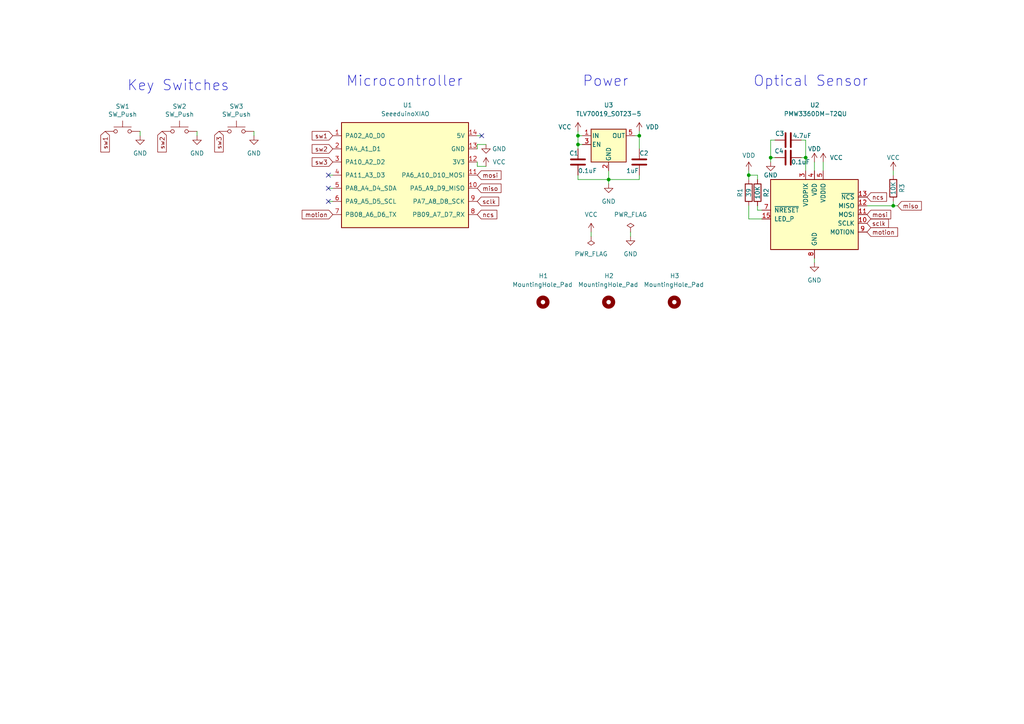
<source format=kicad_sch>
(kicad_sch (version 20211123) (generator eeschema)

  (uuid e63e39d7-6ac0-4ffd-8aa3-1841a4541b55)

  (paper "A4")

  (title_block
    (title "BeeBall")
    (date "2022-07-17")
    (rev "1.0")
    (company "LilyLabs")
  )

  (lib_symbols
    (symbol "Device:C" (pin_numbers hide) (pin_names (offset 0.254)) (in_bom yes) (on_board yes)
      (property "Reference" "C" (id 0) (at 0.635 2.54 0)
        (effects (font (size 1.27 1.27)) (justify left))
      )
      (property "Value" "C" (id 1) (at 0.635 -2.54 0)
        (effects (font (size 1.27 1.27)) (justify left))
      )
      (property "Footprint" "" (id 2) (at 0.9652 -3.81 0)
        (effects (font (size 1.27 1.27)) hide)
      )
      (property "Datasheet" "~" (id 3) (at 0 0 0)
        (effects (font (size 1.27 1.27)) hide)
      )
      (property "ki_keywords" "cap capacitor" (id 4) (at 0 0 0)
        (effects (font (size 1.27 1.27)) hide)
      )
      (property "ki_description" "Unpolarized capacitor" (id 5) (at 0 0 0)
        (effects (font (size 1.27 1.27)) hide)
      )
      (property "ki_fp_filters" "C_*" (id 6) (at 0 0 0)
        (effects (font (size 1.27 1.27)) hide)
      )
      (symbol "C_0_1"
        (polyline
          (pts
            (xy -2.032 -0.762)
            (xy 2.032 -0.762)
          )
          (stroke (width 0.508) (type default) (color 0 0 0 0))
          (fill (type none))
        )
        (polyline
          (pts
            (xy -2.032 0.762)
            (xy 2.032 0.762)
          )
          (stroke (width 0.508) (type default) (color 0 0 0 0))
          (fill (type none))
        )
      )
      (symbol "C_1_1"
        (pin passive line (at 0 3.81 270) (length 2.794)
          (name "~" (effects (font (size 1.27 1.27))))
          (number "1" (effects (font (size 1.27 1.27))))
        )
        (pin passive line (at 0 -3.81 90) (length 2.794)
          (name "~" (effects (font (size 1.27 1.27))))
          (number "2" (effects (font (size 1.27 1.27))))
        )
      )
    )
    (symbol "Device:R" (pin_numbers hide) (pin_names (offset 0)) (in_bom yes) (on_board yes)
      (property "Reference" "R" (id 0) (at 2.032 0 90)
        (effects (font (size 1.27 1.27)))
      )
      (property "Value" "R" (id 1) (at 0 0 90)
        (effects (font (size 1.27 1.27)))
      )
      (property "Footprint" "" (id 2) (at -1.778 0 90)
        (effects (font (size 1.27 1.27)) hide)
      )
      (property "Datasheet" "~" (id 3) (at 0 0 0)
        (effects (font (size 1.27 1.27)) hide)
      )
      (property "ki_keywords" "R res resistor" (id 4) (at 0 0 0)
        (effects (font (size 1.27 1.27)) hide)
      )
      (property "ki_description" "Resistor" (id 5) (at 0 0 0)
        (effects (font (size 1.27 1.27)) hide)
      )
      (property "ki_fp_filters" "R_*" (id 6) (at 0 0 0)
        (effects (font (size 1.27 1.27)) hide)
      )
      (symbol "R_0_1"
        (rectangle (start -1.016 -2.54) (end 1.016 2.54)
          (stroke (width 0.254) (type default) (color 0 0 0 0))
          (fill (type none))
        )
      )
      (symbol "R_1_1"
        (pin passive line (at 0 3.81 270) (length 1.27)
          (name "~" (effects (font (size 1.27 1.27))))
          (number "1" (effects (font (size 1.27 1.27))))
        )
        (pin passive line (at 0 -3.81 90) (length 1.27)
          (name "~" (effects (font (size 1.27 1.27))))
          (number "2" (effects (font (size 1.27 1.27))))
        )
      )
    )
    (symbol "Mechanical:MountingHole" (pin_names (offset 1.016)) (in_bom yes) (on_board yes)
      (property "Reference" "H" (id 0) (at 0 5.08 0)
        (effects (font (size 1.27 1.27)))
      )
      (property "Value" "MountingHole" (id 1) (at 0 3.175 0)
        (effects (font (size 1.27 1.27)))
      )
      (property "Footprint" "" (id 2) (at 0 0 0)
        (effects (font (size 1.27 1.27)) hide)
      )
      (property "Datasheet" "~" (id 3) (at 0 0 0)
        (effects (font (size 1.27 1.27)) hide)
      )
      (property "ki_keywords" "mounting hole" (id 4) (at 0 0 0)
        (effects (font (size 1.27 1.27)) hide)
      )
      (property "ki_description" "Mounting Hole without connection" (id 5) (at 0 0 0)
        (effects (font (size 1.27 1.27)) hide)
      )
      (property "ki_fp_filters" "MountingHole*" (id 6) (at 0 0 0)
        (effects (font (size 1.27 1.27)) hide)
      )
      (symbol "MountingHole_0_1"
        (circle (center 0 0) (radius 1.27)
          (stroke (width 1.27) (type default) (color 0 0 0 0))
          (fill (type none))
        )
      )
    )
    (symbol "Project Symbols:PMW3360DM-T2QU" (pin_names (offset 1.016)) (in_bom yes) (on_board yes)
      (property "Reference" "U" (id 0) (at -1.27 34.29 0)
        (effects (font (size 1.27 1.27)) (justify left))
      )
      (property "Value" "PMW3360DM-T2QU" (id 1) (at -10.16 31.75 0)
        (effects (font (size 1.27 1.27)) (justify left))
      )
      (property "Footprint" "Project Footprints:PMW3360DM-T2QU" (id 2) (at 1.27 -21.59 0)
        (effects (font (size 1.27 1.27)) hide)
      )
      (property "Datasheet" "https://www.pixart.com/_getfs.php?tb=product&id=10&fs=ck2_fs_en" (id 3) (at 0 -19.05 0)
        (effects (font (size 1.27 1.27)) hide)
      )
      (property "ki_description" "High-end gaming integrated chip in 16-pin molded lead-frame DIP package" (id 4) (at 0 0 0)
        (effects (font (size 1.27 1.27)) hide)
      )
      (property "ki_fp_filters" "*105028*1001* *105028*2011*" (id 5) (at 0 0 0)
        (effects (font (size 1.27 1.27)) hide)
      )
      (symbol "PMW3360DM-T2QU_0_1"
        (rectangle (start -12.7 17.78) (end 12.7 -2.54)
          (stroke (width 0.254) (type default) (color 0 0 0 0))
          (fill (type background))
        )
      )
      (symbol "PMW3360DM-T2QU_1_1"
        (pin no_connect line (at -10.16 -5.08 90) (length 2.54) hide
          (name "NC" (effects (font (size 1.27 1.27))))
          (number "1" (effects (font (size 1.27 1.27))))
        )
        (pin input line (at 15.24 5.08 180) (length 2.54)
          (name "SCLK" (effects (font (size 1.27 1.27))))
          (number "10" (effects (font (size 1.27 1.27))))
        )
        (pin input line (at 15.24 7.62 180) (length 2.54)
          (name "MOSI" (effects (font (size 1.27 1.27))))
          (number "11" (effects (font (size 1.27 1.27))))
        )
        (pin output line (at 15.24 10.16 180) (length 2.54)
          (name "MISO" (effects (font (size 1.27 1.27))))
          (number "12" (effects (font (size 1.27 1.27))))
        )
        (pin input line (at 15.24 12.7 180) (length 2.54)
          (name "~{NCS}" (effects (font (size 1.27 1.27))))
          (number "13" (effects (font (size 1.27 1.27))))
        )
        (pin no_connect line (at 7.62 -5.08 90) (length 2.54) hide
          (name "NC" (effects (font (size 1.27 1.27))))
          (number "14" (effects (font (size 1.27 1.27))))
        )
        (pin input line (at -15.24 6.35 0) (length 2.54)
          (name "LED_P" (effects (font (size 1.27 1.27))))
          (number "15" (effects (font (size 1.27 1.27))))
        )
        (pin no_connect line (at 10.16 -5.08 90) (length 2.54) hide
          (name "NC" (effects (font (size 1.27 1.27))))
          (number "16" (effects (font (size 1.27 1.27))))
        )
        (pin no_connect line (at -7.62 -5.08 90) (length 2.54) hide
          (name "NC" (effects (font (size 1.27 1.27))))
          (number "2" (effects (font (size 1.27 1.27))))
        )
        (pin power_in line (at -2.54 20.32 270) (length 2.54)
          (name "VDDPIX" (effects (font (size 1.27 1.27))))
          (number "3" (effects (font (size 1.27 1.27))))
        )
        (pin power_in line (at 0 20.32 270) (length 2.54)
          (name "VDD" (effects (font (size 1.27 1.27))))
          (number "4" (effects (font (size 1.27 1.27))))
        )
        (pin power_in line (at 2.54 20.32 270) (length 2.54)
          (name "VDDIO" (effects (font (size 1.27 1.27))))
          (number "5" (effects (font (size 1.27 1.27))))
        )
        (pin no_connect line (at 5.08 -5.08 90) (length 2.54) hide
          (name "NC" (effects (font (size 1.27 1.27))))
          (number "6" (effects (font (size 1.27 1.27))))
        )
        (pin input line (at -15.24 8.89 0) (length 2.54)
          (name "~{NRESET}" (effects (font (size 1.27 1.27))))
          (number "7" (effects (font (size 1.27 1.27))))
        )
        (pin power_in line (at 0 -5.08 90) (length 2.54)
          (name "GND" (effects (font (size 1.27 1.27))))
          (number "8" (effects (font (size 1.27 1.27))))
        )
        (pin output line (at 15.24 2.54 180) (length 2.54)
          (name "MOTION" (effects (font (size 1.27 1.27))))
          (number "9" (effects (font (size 1.27 1.27))))
        )
      )
    )
    (symbol "Project Symbols:SeeeduinoXIAO" (pin_names (offset 1.016)) (in_bom yes) (on_board yes)
      (property "Reference" "U" (id 0) (at 0 21.59 0)
        (effects (font (size 1.27 1.27)))
      )
      (property "Value" "SeeeduinoXIAO" (id 1) (at 0 17.78 0)
        (effects (font (size 1.27 1.27)))
      )
      (property "Footprint" "Project Footprints:Seeeduino XIAO" (id 2) (at 0 -34.29 0)
        (effects (font (size 1.27 1.27)) hide)
      )
      (property "Datasheet" "" (id 3) (at -8.89 5.08 0)
        (effects (font (size 1.27 1.27)) hide)
      )
      (symbol "SeeeduinoXIAO_0_1"
        (rectangle (start -19.05 15.24) (end 17.78 -15.24)
          (stroke (width 0.254) (type default) (color 0 0 0 0))
          (fill (type background))
        )
      )
      (symbol "SeeeduinoXIAO_1_1"
        (pin bidirectional line (at -21.59 11.43 0) (length 2.54)
          (name "PA02_A0_D0" (effects (font (size 1.27 1.27))))
          (number "1" (effects (font (size 1.27 1.27))))
        )
        (pin bidirectional line (at 20.32 -3.81 180) (length 2.54)
          (name "PA5_A9_D9_MISO" (effects (font (size 1.27 1.27))))
          (number "10" (effects (font (size 1.27 1.27))))
        )
        (pin bidirectional line (at 20.32 0 180) (length 2.54)
          (name "PA6_A10_D10_MOSI" (effects (font (size 1.27 1.27))))
          (number "11" (effects (font (size 1.27 1.27))))
        )
        (pin power_in line (at 20.32 3.81 180) (length 2.54)
          (name "3V3" (effects (font (size 1.27 1.27))))
          (number "12" (effects (font (size 1.27 1.27))))
        )
        (pin power_in line (at 20.32 7.62 180) (length 2.54)
          (name "GND" (effects (font (size 1.27 1.27))))
          (number "13" (effects (font (size 1.27 1.27))))
        )
        (pin power_in line (at 20.32 11.43 180) (length 2.54)
          (name "5V" (effects (font (size 1.27 1.27))))
          (number "14" (effects (font (size 1.27 1.27))))
        )
        (pin bidirectional line (at -21.59 7.62 0) (length 2.54)
          (name "PA4_A1_D1" (effects (font (size 1.27 1.27))))
          (number "2" (effects (font (size 1.27 1.27))))
        )
        (pin bidirectional line (at -21.59 3.81 0) (length 2.54)
          (name "PA10_A2_D2" (effects (font (size 1.27 1.27))))
          (number "3" (effects (font (size 1.27 1.27))))
        )
        (pin bidirectional line (at -21.59 0 0) (length 2.54)
          (name "PA11_A3_D3" (effects (font (size 1.27 1.27))))
          (number "4" (effects (font (size 1.27 1.27))))
        )
        (pin bidirectional line (at -21.59 -3.81 0) (length 2.54)
          (name "PA8_A4_D4_SDA" (effects (font (size 1.27 1.27))))
          (number "5" (effects (font (size 1.27 1.27))))
        )
        (pin bidirectional line (at -21.59 -7.62 0) (length 2.54)
          (name "PA9_A5_D5_SCL" (effects (font (size 1.27 1.27))))
          (number "6" (effects (font (size 1.27 1.27))))
        )
        (pin bidirectional line (at -21.59 -11.43 0) (length 2.54)
          (name "PB08_A6_D6_TX" (effects (font (size 1.27 1.27))))
          (number "7" (effects (font (size 1.27 1.27))))
        )
        (pin bidirectional line (at 20.32 -11.43 180) (length 2.54)
          (name "PB09_A7_D7_RX" (effects (font (size 1.27 1.27))))
          (number "8" (effects (font (size 1.27 1.27))))
        )
        (pin bidirectional line (at 20.32 -7.62 180) (length 2.54)
          (name "PA7_A8_D8_SCK" (effects (font (size 1.27 1.27))))
          (number "9" (effects (font (size 1.27 1.27))))
        )
      )
    )
    (symbol "Regulator_Linear:TLV70019_SOT23-5" (pin_names (offset 0.254)) (in_bom yes) (on_board yes)
      (property "Reference" "U" (id 0) (at -3.81 5.715 0)
        (effects (font (size 1.27 1.27)))
      )
      (property "Value" "TLV70019_SOT23-5" (id 1) (at 0 5.715 0)
        (effects (font (size 1.27 1.27)) (justify left))
      )
      (property "Footprint" "Package_TO_SOT_SMD:SOT-23-5" (id 2) (at 0 8.255 0)
        (effects (font (size 1.27 1.27) italic) hide)
      )
      (property "Datasheet" "http://www.ti.com/lit/ds/symlink/tlv700.pdf" (id 3) (at 0 1.27 0)
        (effects (font (size 1.27 1.27)) hide)
      )
      (property "ki_keywords" "200mA LDO Regulator Fixed Positive" (id 4) (at 0 0 0)
        (effects (font (size 1.27 1.27)) hide)
      )
      (property "ki_description" "200mA Low Dropout Voltage Regulator, Fixed Output 1.9V, SOT-23-5" (id 5) (at 0 0 0)
        (effects (font (size 1.27 1.27)) hide)
      )
      (property "ki_fp_filters" "SOT?23*" (id 6) (at 0 0 0)
        (effects (font (size 1.27 1.27)) hide)
      )
      (symbol "TLV70019_SOT23-5_0_1"
        (rectangle (start -5.08 4.445) (end 5.08 -5.08)
          (stroke (width 0.254) (type default) (color 0 0 0 0))
          (fill (type background))
        )
      )
      (symbol "TLV70019_SOT23-5_1_1"
        (pin power_in line (at -7.62 2.54 0) (length 2.54)
          (name "IN" (effects (font (size 1.27 1.27))))
          (number "1" (effects (font (size 1.27 1.27))))
        )
        (pin power_in line (at 0 -7.62 90) (length 2.54)
          (name "GND" (effects (font (size 1.27 1.27))))
          (number "2" (effects (font (size 1.27 1.27))))
        )
        (pin input line (at -7.62 0 0) (length 2.54)
          (name "EN" (effects (font (size 1.27 1.27))))
          (number "3" (effects (font (size 1.27 1.27))))
        )
        (pin no_connect line (at 5.08 0 180) (length 2.54) hide
          (name "NC" (effects (font (size 1.27 1.27))))
          (number "4" (effects (font (size 1.27 1.27))))
        )
        (pin power_out line (at 7.62 2.54 180) (length 2.54)
          (name "OUT" (effects (font (size 1.27 1.27))))
          (number "5" (effects (font (size 1.27 1.27))))
        )
      )
    )
    (symbol "Switch:SW_Push" (pin_numbers hide) (pin_names (offset 1.016) hide) (in_bom yes) (on_board yes)
      (property "Reference" "SW" (id 0) (at 1.27 2.54 0)
        (effects (font (size 1.27 1.27)) (justify left))
      )
      (property "Value" "SW_Push" (id 1) (at 0 -1.524 0)
        (effects (font (size 1.27 1.27)))
      )
      (property "Footprint" "" (id 2) (at 0 5.08 0)
        (effects (font (size 1.27 1.27)) hide)
      )
      (property "Datasheet" "~" (id 3) (at 0 5.08 0)
        (effects (font (size 1.27 1.27)) hide)
      )
      (property "ki_keywords" "switch normally-open pushbutton push-button" (id 4) (at 0 0 0)
        (effects (font (size 1.27 1.27)) hide)
      )
      (property "ki_description" "Push button switch, generic, two pins" (id 5) (at 0 0 0)
        (effects (font (size 1.27 1.27)) hide)
      )
      (symbol "SW_Push_0_1"
        (circle (center -2.032 0) (radius 0.508)
          (stroke (width 0) (type default) (color 0 0 0 0))
          (fill (type none))
        )
        (polyline
          (pts
            (xy 0 1.27)
            (xy 0 3.048)
          )
          (stroke (width 0) (type default) (color 0 0 0 0))
          (fill (type none))
        )
        (polyline
          (pts
            (xy 2.54 1.27)
            (xy -2.54 1.27)
          )
          (stroke (width 0) (type default) (color 0 0 0 0))
          (fill (type none))
        )
        (circle (center 2.032 0) (radius 0.508)
          (stroke (width 0) (type default) (color 0 0 0 0))
          (fill (type none))
        )
        (pin passive line (at -5.08 0 0) (length 2.54)
          (name "1" (effects (font (size 1.27 1.27))))
          (number "1" (effects (font (size 1.27 1.27))))
        )
        (pin passive line (at 5.08 0 180) (length 2.54)
          (name "2" (effects (font (size 1.27 1.27))))
          (number "2" (effects (font (size 1.27 1.27))))
        )
      )
    )
    (symbol "power:GND" (power) (pin_names (offset 0)) (in_bom yes) (on_board yes)
      (property "Reference" "#PWR" (id 0) (at 0 -6.35 0)
        (effects (font (size 1.27 1.27)) hide)
      )
      (property "Value" "GND" (id 1) (at 0 -3.81 0)
        (effects (font (size 1.27 1.27)))
      )
      (property "Footprint" "" (id 2) (at 0 0 0)
        (effects (font (size 1.27 1.27)) hide)
      )
      (property "Datasheet" "" (id 3) (at 0 0 0)
        (effects (font (size 1.27 1.27)) hide)
      )
      (property "ki_keywords" "power-flag" (id 4) (at 0 0 0)
        (effects (font (size 1.27 1.27)) hide)
      )
      (property "ki_description" "Power symbol creates a global label with name \"GND\" , ground" (id 5) (at 0 0 0)
        (effects (font (size 1.27 1.27)) hide)
      )
      (symbol "GND_0_1"
        (polyline
          (pts
            (xy 0 0)
            (xy 0 -1.27)
            (xy 1.27 -1.27)
            (xy 0 -2.54)
            (xy -1.27 -1.27)
            (xy 0 -1.27)
          )
          (stroke (width 0) (type default) (color 0 0 0 0))
          (fill (type none))
        )
      )
      (symbol "GND_1_1"
        (pin power_in line (at 0 0 270) (length 0) hide
          (name "GND" (effects (font (size 1.27 1.27))))
          (number "1" (effects (font (size 1.27 1.27))))
        )
      )
    )
    (symbol "power:PWR_FLAG" (power) (pin_numbers hide) (pin_names (offset 0) hide) (in_bom yes) (on_board yes)
      (property "Reference" "#FLG" (id 0) (at 0 1.905 0)
        (effects (font (size 1.27 1.27)) hide)
      )
      (property "Value" "PWR_FLAG" (id 1) (at 0 3.81 0)
        (effects (font (size 1.27 1.27)))
      )
      (property "Footprint" "" (id 2) (at 0 0 0)
        (effects (font (size 1.27 1.27)) hide)
      )
      (property "Datasheet" "~" (id 3) (at 0 0 0)
        (effects (font (size 1.27 1.27)) hide)
      )
      (property "ki_keywords" "power-flag" (id 4) (at 0 0 0)
        (effects (font (size 1.27 1.27)) hide)
      )
      (property "ki_description" "Special symbol for telling ERC where power comes from" (id 5) (at 0 0 0)
        (effects (font (size 1.27 1.27)) hide)
      )
      (symbol "PWR_FLAG_0_0"
        (pin power_out line (at 0 0 90) (length 0)
          (name "pwr" (effects (font (size 1.27 1.27))))
          (number "1" (effects (font (size 1.27 1.27))))
        )
      )
      (symbol "PWR_FLAG_0_1"
        (polyline
          (pts
            (xy 0 0)
            (xy 0 1.27)
            (xy -1.016 1.905)
            (xy 0 2.54)
            (xy 1.016 1.905)
            (xy 0 1.27)
          )
          (stroke (width 0) (type default) (color 0 0 0 0))
          (fill (type none))
        )
      )
    )
    (symbol "power:VCC" (power) (pin_names (offset 0)) (in_bom yes) (on_board yes)
      (property "Reference" "#PWR" (id 0) (at 0 -3.81 0)
        (effects (font (size 1.27 1.27)) hide)
      )
      (property "Value" "VCC" (id 1) (at 0 3.81 0)
        (effects (font (size 1.27 1.27)))
      )
      (property "Footprint" "" (id 2) (at 0 0 0)
        (effects (font (size 1.27 1.27)) hide)
      )
      (property "Datasheet" "" (id 3) (at 0 0 0)
        (effects (font (size 1.27 1.27)) hide)
      )
      (property "ki_keywords" "power-flag" (id 4) (at 0 0 0)
        (effects (font (size 1.27 1.27)) hide)
      )
      (property "ki_description" "Power symbol creates a global label with name \"VCC\"" (id 5) (at 0 0 0)
        (effects (font (size 1.27 1.27)) hide)
      )
      (symbol "VCC_0_1"
        (polyline
          (pts
            (xy -0.762 1.27)
            (xy 0 2.54)
          )
          (stroke (width 0) (type default) (color 0 0 0 0))
          (fill (type none))
        )
        (polyline
          (pts
            (xy 0 0)
            (xy 0 2.54)
          )
          (stroke (width 0) (type default) (color 0 0 0 0))
          (fill (type none))
        )
        (polyline
          (pts
            (xy 0 2.54)
            (xy 0.762 1.27)
          )
          (stroke (width 0) (type default) (color 0 0 0 0))
          (fill (type none))
        )
      )
      (symbol "VCC_1_1"
        (pin power_in line (at 0 0 90) (length 0) hide
          (name "VCC" (effects (font (size 1.27 1.27))))
          (number "1" (effects (font (size 1.27 1.27))))
        )
      )
    )
    (symbol "power:VDD" (power) (pin_names (offset 0)) (in_bom yes) (on_board yes)
      (property "Reference" "#PWR" (id 0) (at 0 -3.81 0)
        (effects (font (size 1.27 1.27)) hide)
      )
      (property "Value" "VDD" (id 1) (at 0 3.81 0)
        (effects (font (size 1.27 1.27)))
      )
      (property "Footprint" "" (id 2) (at 0 0 0)
        (effects (font (size 1.27 1.27)) hide)
      )
      (property "Datasheet" "" (id 3) (at 0 0 0)
        (effects (font (size 1.27 1.27)) hide)
      )
      (property "ki_keywords" "power-flag" (id 4) (at 0 0 0)
        (effects (font (size 1.27 1.27)) hide)
      )
      (property "ki_description" "Power symbol creates a global label with name \"VDD\"" (id 5) (at 0 0 0)
        (effects (font (size 1.27 1.27)) hide)
      )
      (symbol "VDD_0_1"
        (polyline
          (pts
            (xy -0.762 1.27)
            (xy 0 2.54)
          )
          (stroke (width 0) (type default) (color 0 0 0 0))
          (fill (type none))
        )
        (polyline
          (pts
            (xy 0 0)
            (xy 0 2.54)
          )
          (stroke (width 0) (type default) (color 0 0 0 0))
          (fill (type none))
        )
        (polyline
          (pts
            (xy 0 2.54)
            (xy 0.762 1.27)
          )
          (stroke (width 0) (type default) (color 0 0 0 0))
          (fill (type none))
        )
      )
      (symbol "VDD_1_1"
        (pin power_in line (at 0 0 90) (length 0) hide
          (name "VDD" (effects (font (size 1.27 1.27))))
          (number "1" (effects (font (size 1.27 1.27))))
        )
      )
    )
  )

  (junction (at 185.42 39.37) (diameter 0) (color 0 0 0 0)
    (uuid 0b64982a-3076-4db5-a390-0e9049fdda44)
  )
  (junction (at 167.64 41.91) (diameter 0) (color 0 0 0 0)
    (uuid 48db45ad-38ef-4811-a693-ffa747d13d48)
  )
  (junction (at 259.08 59.69) (diameter 0) (color 0 0 0 0)
    (uuid 66b1a21c-6865-4055-8678-4ab4053351b2)
  )
  (junction (at 233.68 45.72) (diameter 0) (color 0 0 0 0)
    (uuid 87a60886-43b3-4d77-82df-587677c71376)
  )
  (junction (at 176.53 52.07) (diameter 0) (color 0 0 0 0)
    (uuid 8ddcdc95-529d-466a-a219-1c35437de670)
  )
  (junction (at 167.64 39.37) (diameter 0) (color 0 0 0 0)
    (uuid 8f241f39-d310-4cc2-98af-e70cdd2cf363)
  )
  (junction (at 223.52 45.72) (diameter 0) (color 0 0 0 0)
    (uuid b5b20ce9-0782-4ffb-8992-aa71a5abd3d7)
  )
  (junction (at 217.17 50.8) (diameter 0) (color 0 0 0 0)
    (uuid d7060685-7403-43d4-aa0b-12fa8498b46d)
  )

  (no_connect (at 95.25 54.61) (uuid 008f7aa3-3ec9-4c24-965c-52b192131f97))
  (no_connect (at 139.7 39.37) (uuid 31feb980-efd3-47cb-9290-a386fbbfd328))
  (no_connect (at 95.25 50.8) (uuid a4eb62c5-2581-4c5c-b4ca-0a588a0087d1))
  (no_connect (at 95.25 58.42) (uuid a62653e5-90fc-4a34-9744-fb9b6a8f752d))

  (wire (pts (xy 95.25 50.8) (xy 96.52 50.8))
    (stroke (width 0) (type default) (color 0 0 0 0))
    (uuid 06bd7fd7-4dfc-41c2-b04b-3ae2d0b139e4)
  )
  (wire (pts (xy 73.66 39.37) (xy 73.66 38.1))
    (stroke (width 0) (type default) (color 0 0 0 0))
    (uuid 0f5addb7-0201-4885-9148-dac9b255c106)
  )
  (wire (pts (xy 167.64 39.37) (xy 168.91 39.37))
    (stroke (width 0) (type default) (color 0 0 0 0))
    (uuid 1163daaa-b0c0-4020-9509-bab7b3775c85)
  )
  (wire (pts (xy 224.79 45.72) (xy 223.52 45.72))
    (stroke (width 0) (type default) (color 0 0 0 0))
    (uuid 15c91c88-22ef-4928-9c8a-b57030e628ec)
  )
  (wire (pts (xy 238.76 46.99) (xy 238.76 49.53))
    (stroke (width 0) (type default) (color 0 0 0 0))
    (uuid 16cded87-5472-4e9a-bc4c-08e62f374ba9)
  )
  (wire (pts (xy 138.43 41.91) (xy 138.43 43.18))
    (stroke (width 0) (type default) (color 0 0 0 0))
    (uuid 19b1422b-ae24-47e5-ba67-ba90d0613b14)
  )
  (wire (pts (xy 219.71 52.07) (xy 219.71 50.8))
    (stroke (width 0) (type default) (color 0 0 0 0))
    (uuid 203d785f-17e6-4842-a640-7dd285d5ca44)
  )
  (wire (pts (xy 236.22 76.2) (xy 236.22 74.93))
    (stroke (width 0) (type default) (color 0 0 0 0))
    (uuid 22d60e8c-00e5-4974-8a70-7f01bb09ac03)
  )
  (wire (pts (xy 184.15 39.37) (xy 185.42 39.37))
    (stroke (width 0) (type default) (color 0 0 0 0))
    (uuid 25fffcb5-b3f3-4de4-b8e6-e5efe9ee6bbb)
  )
  (wire (pts (xy 167.64 52.07) (xy 176.53 52.07))
    (stroke (width 0) (type default) (color 0 0 0 0))
    (uuid 3157fe5f-1589-4afb-b232-d379326150fd)
  )
  (wire (pts (xy 217.17 63.5) (xy 220.98 63.5))
    (stroke (width 0) (type default) (color 0 0 0 0))
    (uuid 31d17ad6-2c04-42fe-9a85-2c71266d3224)
  )
  (wire (pts (xy 217.17 49.53) (xy 217.17 50.8))
    (stroke (width 0) (type solid) (color 0 0 0 0))
    (uuid 33b6fcf8-d698-46a8-b6a4-6c5f429c7b14)
  )
  (wire (pts (xy 171.45 67.31) (xy 171.45 68.58))
    (stroke (width 0) (type default) (color 0 0 0 0))
    (uuid 369a6574-af9a-4906-8abd-54187c1c9d06)
  )
  (wire (pts (xy 251.46 59.69) (xy 259.08 59.69))
    (stroke (width 0) (type default) (color 0 0 0 0))
    (uuid 3abbd8e6-882c-4910-8439-eb4299e82a47)
  )
  (wire (pts (xy 259.08 59.69) (xy 260.35 59.69))
    (stroke (width 0) (type default) (color 0 0 0 0))
    (uuid 403502da-3edb-4521-b10d-312d95c489aa)
  )
  (wire (pts (xy 233.68 45.72) (xy 233.68 49.53))
    (stroke (width 0) (type default) (color 0 0 0 0))
    (uuid 42f56b48-dcbf-4898-bfa7-9c8c715a9529)
  )
  (wire (pts (xy 40.64 39.37) (xy 40.64 38.1))
    (stroke (width 0) (type default) (color 0 0 0 0))
    (uuid 43a38eea-4037-4c89-83dd-86b0973628e0)
  )
  (wire (pts (xy 185.42 52.07) (xy 176.53 52.07))
    (stroke (width 0) (type default) (color 0 0 0 0))
    (uuid 5017ce1c-553e-4328-861a-3eb34da48bd9)
  )
  (wire (pts (xy 233.68 45.72) (xy 233.68 40.64))
    (stroke (width 0) (type solid) (color 0 0 0 0))
    (uuid 53f93295-1e5f-437c-8086-bf45e754ab17)
  )
  (wire (pts (xy 167.64 41.91) (xy 167.64 39.37))
    (stroke (width 0) (type default) (color 0 0 0 0))
    (uuid 56e61a0e-1442-4db2-83fb-b2c431aee947)
  )
  (wire (pts (xy 185.42 50.8) (xy 185.42 52.07))
    (stroke (width 0) (type default) (color 0 0 0 0))
    (uuid 5904b39b-dccd-4966-a57d-86b1305539ae)
  )
  (wire (pts (xy 236.22 46.99) (xy 236.22 49.53))
    (stroke (width 0) (type default) (color 0 0 0 0))
    (uuid 5f41ac03-5ec8-41f4-a28a-728921446cb1)
  )
  (wire (pts (xy 185.42 38.1) (xy 185.42 39.37))
    (stroke (width 0) (type default) (color 0 0 0 0))
    (uuid 5f657fc0-0430-4ebd-957a-17b267ea9733)
  )
  (wire (pts (xy 182.88 67.31) (xy 182.88 68.58))
    (stroke (width 0) (type default) (color 0 0 0 0))
    (uuid 76afb40c-8177-4f5c-a563-474c474415ad)
  )
  (wire (pts (xy 219.71 50.8) (xy 217.17 50.8))
    (stroke (width 0) (type default) (color 0 0 0 0))
    (uuid 76cfc7ac-ca17-418a-9deb-7cfc310c2b5b)
  )
  (wire (pts (xy 176.53 52.07) (xy 176.53 53.34))
    (stroke (width 0) (type default) (color 0 0 0 0))
    (uuid 817ee230-3873-4530-8282-e495e6b3f241)
  )
  (wire (pts (xy 223.52 46.99) (xy 223.52 45.72))
    (stroke (width 0) (type default) (color 0 0 0 0))
    (uuid 832e7ddd-ced6-4c9a-a322-2f262179abfe)
  )
  (wire (pts (xy 139.7 39.37) (xy 138.43 39.37))
    (stroke (width 0) (type default) (color 0 0 0 0))
    (uuid 868cdfb1-b1e3-45bb-80fc-e240a4312879)
  )
  (wire (pts (xy 233.68 40.64) (xy 232.41 40.64))
    (stroke (width 0) (type default) (color 0 0 0 0))
    (uuid 8bc05bb0-9c37-4909-9eca-e6d8762db68b)
  )
  (wire (pts (xy 138.43 48.26) (xy 140.97 48.26))
    (stroke (width 0) (type default) (color 0 0 0 0))
    (uuid 8dab5efa-e842-420b-8981-4defa449e551)
  )
  (wire (pts (xy 233.68 45.72) (xy 232.41 45.72))
    (stroke (width 0) (type default) (color 0 0 0 0))
    (uuid 963d537b-431c-4344-b9b9-e2cd9d0401fb)
  )
  (wire (pts (xy 138.43 41.91) (xy 140.97 41.91))
    (stroke (width 0) (type default) (color 0 0 0 0))
    (uuid 9843767e-43b8-49d6-af21-445dfd810991)
  )
  (wire (pts (xy 176.53 49.53) (xy 176.53 52.07))
    (stroke (width 0) (type default) (color 0 0 0 0))
    (uuid 9ae617c3-9b2d-42f8-b452-1a58796f42a1)
  )
  (wire (pts (xy 138.43 48.26) (xy 138.43 46.99))
    (stroke (width 0) (type default) (color 0 0 0 0))
    (uuid 9cf82264-d680-4a11-8933-70eb623ae426)
  )
  (wire (pts (xy 167.64 43.18) (xy 167.64 41.91))
    (stroke (width 0) (type default) (color 0 0 0 0))
    (uuid 9f56523f-1652-46f7-9d02-30f8ad0c1570)
  )
  (wire (pts (xy 95.25 54.61) (xy 96.52 54.61))
    (stroke (width 0) (type default) (color 0 0 0 0))
    (uuid a2c3f52a-c6e0-4ea1-95cd-a36754f0c285)
  )
  (wire (pts (xy 167.64 50.8) (xy 167.64 52.07))
    (stroke (width 0) (type default) (color 0 0 0 0))
    (uuid a68ab90a-9ac0-4cb1-a782-486c56298959)
  )
  (wire (pts (xy 259.08 59.69) (xy 259.08 58.42))
    (stroke (width 0) (type default) (color 0 0 0 0))
    (uuid afe16cd4-a50c-4f4c-9997-78cd1a80de33)
  )
  (wire (pts (xy 167.64 38.1) (xy 167.64 39.37))
    (stroke (width 0) (type default) (color 0 0 0 0))
    (uuid b1927a67-7830-4b15-96eb-fa5b9361ce47)
  )
  (wire (pts (xy 168.91 41.91) (xy 167.64 41.91))
    (stroke (width 0) (type default) (color 0 0 0 0))
    (uuid b394b99e-533e-4920-a825-1c491f715cf3)
  )
  (wire (pts (xy 217.17 50.8) (xy 217.17 52.07))
    (stroke (width 0) (type solid) (color 0 0 0 0))
    (uuid b6124c3a-e3f2-47d0-8766-b7e94eb8579c)
  )
  (wire (pts (xy 185.42 39.37) (xy 185.42 43.18))
    (stroke (width 0) (type default) (color 0 0 0 0))
    (uuid bc93fe2f-eda7-4e4f-8fa2-79d1df16cf60)
  )
  (wire (pts (xy 95.25 58.42) (xy 96.52 58.42))
    (stroke (width 0) (type default) (color 0 0 0 0))
    (uuid c29241f9-addb-4e63-a723-0cf74aa2b0ce)
  )
  (wire (pts (xy 223.52 45.72) (xy 223.52 40.64))
    (stroke (width 0) (type default) (color 0 0 0 0))
    (uuid ce2027ce-0df8-4833-9488-41f12d66795a)
  )
  (wire (pts (xy 259.08 49.53) (xy 259.08 50.8))
    (stroke (width 0) (type default) (color 0 0 0 0))
    (uuid d6326271-4b52-4d46-b3ad-69406ea2c9b7)
  )
  (wire (pts (xy 217.17 63.5) (xy 217.17 59.69))
    (stroke (width 0) (type default) (color 0 0 0 0))
    (uuid e39bf904-6e17-41a8-a35e-4ce1323eff6b)
  )
  (wire (pts (xy 220.98 60.96) (xy 219.71 60.96))
    (stroke (width 0) (type default) (color 0 0 0 0))
    (uuid e3af0c52-c42f-446c-88a7-d2b719bb9cc0)
  )
  (wire (pts (xy 219.71 60.96) (xy 219.71 59.69))
    (stroke (width 0) (type default) (color 0 0 0 0))
    (uuid e3ff4f7a-12e1-4c1e-a08f-874047cf86d6)
  )
  (wire (pts (xy 224.79 40.64) (xy 223.52 40.64))
    (stroke (width 0) (type solid) (color 0 0 0 0))
    (uuid ef844cc9-34ec-44bb-86eb-d989517d5b66)
  )
  (wire (pts (xy 57.15 39.37) (xy 57.15 38.1))
    (stroke (width 0) (type default) (color 0 0 0 0))
    (uuid ff5dcb78-61cc-49c3-a49d-8b414d77267a)
  )

  (text "Key Switches" (at 36.83 26.67 0)
    (effects (font (size 2.9972 2.9972)) (justify left bottom))
    (uuid 019866e0-9101-41b0-b6cd-e0b19d388af1)
  )
  (text "Power" (at 168.91 25.4 0)
    (effects (font (size 2.9972 2.9972)) (justify left bottom))
    (uuid 351bcb48-0b2c-4bd4-836b-ae1ea1b9e082)
  )
  (text "Microcontroller" (at 100.33 25.4 0)
    (effects (font (size 2.9972 2.9972)) (justify left bottom))
    (uuid 5c736321-61f5-477e-9ce9-1fcf7507ceb4)
  )
  (text "Optical Sensor" (at 218.44 25.4 0)
    (effects (font (size 2.9972 2.9972)) (justify left bottom))
    (uuid e69a5910-67e3-40ab-a55a-f28b185ba603)
  )

  (global_label "sw2" (shape input) (at 96.52 43.18 180) (fields_autoplaced)
    (effects (font (size 1.27 1.27)) (justify right))
    (uuid 0ddac794-ec19-4b0d-9c43-86b0438cd757)
    (property "Intersheet References" "${INTERSHEET_REFS}" (id 0) (at 90.5388 43.1006 0)
      (effects (font (size 1.27 1.27)) (justify right) hide)
    )
  )
  (global_label "sw1" (shape input) (at 96.52 39.37 180) (fields_autoplaced)
    (effects (font (size 1.27 1.27)) (justify right))
    (uuid 13575b73-ff99-4c68-ba10-dd0eba3d42e6)
    (property "Intersheet References" "${INTERSHEET_REFS}" (id 0) (at 90.5388 39.2906 0)
      (effects (font (size 1.27 1.27)) (justify right) hide)
    )
  )
  (global_label "sclk" (shape input) (at 251.46 64.77 0) (fields_autoplaced)
    (effects (font (size 1.27 1.27)) (justify left))
    (uuid 1405a1f6-9e2d-4dfb-aa2d-e8cf90f8ce95)
    (property "Intersheet References" "${INTERSHEET_REFS}" (id 0) (at 257.6831 64.6906 0)
      (effects (font (size 1.27 1.27)) (justify left) hide)
    )
  )
  (global_label "ncs" (shape input) (at 251.46 57.15 0) (fields_autoplaced)
    (effects (font (size 1.27 1.27)) (justify left))
    (uuid 2e773bb4-9139-4f41-b0e5-deaf7cd86e7b)
    (property "Intersheet References" "${INTERSHEET_REFS}" (id 0) (at 257.1388 57.0706 0)
      (effects (font (size 1.27 1.27)) (justify left) hide)
    )
  )
  (global_label "sw2" (shape input) (at 46.99 38.1 270) (fields_autoplaced)
    (effects (font (size 1.27 1.27)) (justify right))
    (uuid 4b366f4e-218e-48d8-9c0a-32a2b452f02f)
    (property "Intersheet References" "${INTERSHEET_REFS}" (id 0) (at 46.9106 44.0812 90)
      (effects (font (size 1.27 1.27)) (justify right) hide)
    )
  )
  (global_label "miso" (shape input) (at 260.35 59.69 0) (fields_autoplaced)
    (effects (font (size 1.27 1.27)) (justify left))
    (uuid 4e5ea56d-53df-4540-ac69-78b8a8658393)
    (property "Intersheet References" "${INTERSHEET_REFS}" (id 0) (at 267.2383 59.6106 0)
      (effects (font (size 1.27 1.27)) (justify left) hide)
    )
  )
  (global_label "motion" (shape input) (at 251.46 67.31 0) (fields_autoplaced)
    (effects (font (size 1.27 1.27)) (justify left))
    (uuid 52e39d05-e19a-4b99-9da4-cfc2a7480904)
    (property "Intersheet References" "${INTERSHEET_REFS}" (id 0) (at 260.3441 67.2306 0)
      (effects (font (size 1.27 1.27)) (justify left) hide)
    )
  )
  (global_label "sw3" (shape input) (at 63.5 38.1 270) (fields_autoplaced)
    (effects (font (size 1.27 1.27)) (justify right))
    (uuid 6624c8df-0ed6-451a-bd78-5222e7cc6d94)
    (property "Intersheet References" "${INTERSHEET_REFS}" (id 0) (at 63.4206 44.0812 90)
      (effects (font (size 1.27 1.27)) (justify right) hide)
    )
  )
  (global_label "ncs" (shape input) (at 138.43 62.23 0) (fields_autoplaced)
    (effects (font (size 1.27 1.27)) (justify left))
    (uuid 7bbc8609-b9d3-4bdf-a6b4-1d64e8f4e2ac)
    (property "Intersheet References" "${INTERSHEET_REFS}" (id 0) (at 144.1088 62.1506 0)
      (effects (font (size 1.27 1.27)) (justify left) hide)
    )
  )
  (global_label "motion" (shape input) (at 96.52 62.23 180) (fields_autoplaced)
    (effects (font (size 1.27 1.27)) (justify right))
    (uuid 874adb47-6098-4fd7-9b67-389878b98562)
    (property "Intersheet References" "${INTERSHEET_REFS}" (id 0) (at 87.6359 62.1506 0)
      (effects (font (size 1.27 1.27)) (justify right) hide)
    )
  )
  (global_label "mosi" (shape input) (at 138.43 50.8 0) (fields_autoplaced)
    (effects (font (size 1.27 1.27)) (justify left))
    (uuid 98d67814-5846-4f13-982c-9cb576e72041)
    (property "Intersheet References" "${INTERSHEET_REFS}" (id 0) (at 145.3183 50.7206 0)
      (effects (font (size 1.27 1.27)) (justify left) hide)
    )
  )
  (global_label "mosi" (shape input) (at 251.46 62.23 0) (fields_autoplaced)
    (effects (font (size 1.27 1.27)) (justify left))
    (uuid b5b86f75-c45a-4711-9c8b-bbeefa63c78a)
    (property "Intersheet References" "${INTERSHEET_REFS}" (id 0) (at 258.3483 62.1506 0)
      (effects (font (size 1.27 1.27)) (justify left) hide)
    )
  )
  (global_label "sclk" (shape input) (at 138.43 58.42 0) (fields_autoplaced)
    (effects (font (size 1.27 1.27)) (justify left))
    (uuid c4677d10-4558-4226-9864-910211a1f4fe)
    (property "Intersheet References" "${INTERSHEET_REFS}" (id 0) (at 144.6531 58.3406 0)
      (effects (font (size 1.27 1.27)) (justify left) hide)
    )
  )
  (global_label "sw1" (shape input) (at 30.48 38.1 270) (fields_autoplaced)
    (effects (font (size 1.27 1.27)) (justify right))
    (uuid e77bcefa-40ab-4cc9-995d-c343e5fc7791)
    (property "Intersheet References" "${INTERSHEET_REFS}" (id 0) (at 30.4006 44.0812 90)
      (effects (font (size 1.27 1.27)) (justify right) hide)
    )
  )
  (global_label "miso" (shape input) (at 138.43 54.61 0) (fields_autoplaced)
    (effects (font (size 1.27 1.27)) (justify left))
    (uuid fa2527ca-9e75-4984-b5ae-a96375d5bdaa)
    (property "Intersheet References" "${INTERSHEET_REFS}" (id 0) (at 145.3183 54.5306 0)
      (effects (font (size 1.27 1.27)) (justify left) hide)
    )
  )
  (global_label "sw3" (shape input) (at 96.52 46.99 180) (fields_autoplaced)
    (effects (font (size 1.27 1.27)) (justify right))
    (uuid fffd5654-8b3c-4572-b862-c27d16bdbfbd)
    (property "Intersheet References" "${INTERSHEET_REFS}" (id 0) (at 90.5388 46.9106 0)
      (effects (font (size 1.27 1.27)) (justify right) hide)
    )
  )

  (symbol (lib_id "Device:C") (at 228.6 40.64 270) (unit 1)
    (in_bom yes) (on_board yes)
    (uuid 0284c7b2-795c-4621-8ef6-00f120f9c463)
    (property "Reference" "C3" (id 0) (at 224.79 38.735 90)
      (effects (font (size 1.27 1.27)) (justify left))
    )
    (property "Value" "4.7uF" (id 1) (at 229.87 39.37 90)
      (effects (font (size 1.27 1.27)) (justify left))
    )
    (property "Footprint" "Capacitor_SMD:C_0805_2012Metric" (id 2) (at 224.79 41.6052 0)
      (effects (font (size 1.27 1.27)) hide)
    )
    (property "Datasheet" "~" (id 3) (at 228.6 40.64 0)
      (effects (font (size 1.27 1.27)) hide)
    )
    (property "manf#" "MCTT21F475Z100CT" (id 4) (at 228.6 40.64 0)
      (effects (font (size 1.27 1.27)) hide)
    )
    (pin "1" (uuid 397764a4-62ce-4f77-97b0-927d3d03da18))
    (pin "2" (uuid 6b64068b-2977-45d4-8093-3d593c81ed18))
  )

  (symbol (lib_id "power:PWR_FLAG") (at 182.88 67.31 0) (unit 1)
    (in_bom yes) (on_board yes) (fields_autoplaced)
    (uuid 0446c2f7-729e-4341-b66a-1ac877d605fd)
    (property "Reference" "#FLG02" (id 0) (at 182.88 65.405 0)
      (effects (font (size 1.27 1.27)) hide)
    )
    (property "Value" "PWR_FLAG" (id 1) (at 182.88 62.23 0))
    (property "Footprint" "" (id 2) (at 182.88 67.31 0)
      (effects (font (size 1.27 1.27)) hide)
    )
    (property "Datasheet" "~" (id 3) (at 182.88 67.31 0)
      (effects (font (size 1.27 1.27)) hide)
    )
    (pin "1" (uuid f1edfd29-dece-4dc9-8aef-b1c1d81ddccc))
  )

  (symbol (lib_id "power:GND") (at 57.15 39.37 0) (unit 1)
    (in_bom yes) (on_board yes) (fields_autoplaced)
    (uuid 0db7f4c2-255b-4f4a-9a78-4cf53a4e65d8)
    (property "Reference" "#PWR0112" (id 0) (at 57.15 45.72 0)
      (effects (font (size 1.27 1.27)) hide)
    )
    (property "Value" "GND" (id 1) (at 57.15 44.45 0))
    (property "Footprint" "" (id 2) (at 57.15 39.37 0)
      (effects (font (size 1.27 1.27)) hide)
    )
    (property "Datasheet" "" (id 3) (at 57.15 39.37 0)
      (effects (font (size 1.27 1.27)) hide)
    )
    (pin "1" (uuid 91f9297a-4a37-4cda-978c-eb047c4d590d))
  )

  (symbol (lib_id "Mechanical:MountingHole") (at 176.53 87.63 0) (unit 1)
    (in_bom yes) (on_board yes)
    (uuid 1291612c-9680-4f68-9209-36d8bcacf249)
    (property "Reference" "H2" (id 0) (at 175.26 80.01 0)
      (effects (font (size 1.27 1.27)) (justify left))
    )
    (property "Value" "MountingHole_Pad" (id 1) (at 167.64 82.55 0)
      (effects (font (size 1.27 1.27)) (justify left))
    )
    (property "Footprint" "MountingHole:MountingHole_3.2mm_M3_Pad" (id 2) (at 176.53 87.63 0)
      (effects (font (size 1.27 1.27)) hide)
    )
    (property "Datasheet" "~" (id 3) (at 176.53 87.63 0)
      (effects (font (size 1.27 1.27)) hide)
    )
  )

  (symbol (lib_id "Device:R") (at 217.17 55.88 0) (unit 1)
    (in_bom yes) (on_board yes)
    (uuid 14ed50ef-bdf0-47cd-8a0b-cfc99af743a0)
    (property "Reference" "R1" (id 0) (at 214.63 55.88 90))
    (property "Value" "39" (id 1) (at 217.17 55.88 90))
    (property "Footprint" "Resistor_SMD:R_0805_2012Metric" (id 2) (at 215.392 55.88 90)
      (effects (font (size 1.27 1.27)) hide)
    )
    (property "Datasheet" "~" (id 3) (at 217.17 55.88 0)
      (effects (font (size 1.27 1.27)) hide)
    )
    (property "manf#" "MCWR08X39R0FTL" (id 4) (at 217.17 55.88 0)
      (effects (font (size 1.27 1.27)) hide)
    )
    (pin "1" (uuid f5a636b1-35b1-4089-9b18-e2585703eb85))
    (pin "2" (uuid 0fd16da9-2a0e-4104-8ac2-5b434f9feba5))
  )

  (symbol (lib_id "power:PWR_FLAG") (at 171.45 68.58 180) (unit 1)
    (in_bom yes) (on_board yes) (fields_autoplaced)
    (uuid 1b1ab0e4-b1be-416f-84ac-ef9b17a153bc)
    (property "Reference" "#FLG01" (id 0) (at 171.45 70.485 0)
      (effects (font (size 1.27 1.27)) hide)
    )
    (property "Value" "PWR_FLAG" (id 1) (at 171.45 73.66 0))
    (property "Footprint" "" (id 2) (at 171.45 68.58 0)
      (effects (font (size 1.27 1.27)) hide)
    )
    (property "Datasheet" "~" (id 3) (at 171.45 68.58 0)
      (effects (font (size 1.27 1.27)) hide)
    )
    (pin "1" (uuid d652ace5-0903-4176-bfa9-35d9c295b038))
  )

  (symbol (lib_id "power:VDD") (at 236.22 46.99 0) (unit 1)
    (in_bom yes) (on_board yes)
    (uuid 2d5e8af4-6a5b-44d5-a76b-410796fbfc91)
    (property "Reference" "#PWR0108" (id 0) (at 236.22 50.8 0)
      (effects (font (size 1.27 1.27)) hide)
    )
    (property "Value" "VDD" (id 1) (at 236.22 43.18 0))
    (property "Footprint" "" (id 2) (at 236.22 46.99 0)
      (effects (font (size 1.27 1.27)) hide)
    )
    (property "Datasheet" "" (id 3) (at 236.22 46.99 0)
      (effects (font (size 1.27 1.27)) hide)
    )
    (pin "1" (uuid 16d1bd47-be27-47d2-bac1-3a7916500090))
  )

  (symbol (lib_id "power:VCC") (at 167.64 38.1 0) (unit 1)
    (in_bom yes) (on_board yes)
    (uuid 2e821388-8d59-4b0c-962c-5a8907e0fb57)
    (property "Reference" "#PWR0101" (id 0) (at 167.64 41.91 0)
      (effects (font (size 1.27 1.27)) hide)
    )
    (property "Value" "VCC" (id 1) (at 163.83 36.83 0))
    (property "Footprint" "" (id 2) (at 167.64 38.1 0)
      (effects (font (size 1.27 1.27)) hide)
    )
    (property "Datasheet" "" (id 3) (at 167.64 38.1 0)
      (effects (font (size 1.27 1.27)) hide)
    )
    (pin "1" (uuid 9b76d551-f8bf-42fa-adfd-4d924c56df9a))
  )

  (symbol (lib_id "Regulator_Linear:TLV70019_SOT23-5") (at 176.53 41.91 0) (unit 1)
    (in_bom yes) (on_board yes)
    (uuid 2ed213ba-7bde-4ecd-8b55-711bdb069007)
    (property "Reference" "U3" (id 0) (at 176.53 30.48 0))
    (property "Value" "TLV70019_SOT23-5" (id 1) (at 176.53 33.02 0))
    (property "Footprint" "Package_TO_SOT_SMD:SOT-23-5" (id 2) (at 176.53 33.655 0)
      (effects (font (size 1.27 1.27) italic) hide)
    )
    (property "Datasheet" "http://www.ti.com/lit/ds/symlink/tlv700.pdf" (id 3) (at 176.53 40.64 0)
      (effects (font (size 1.27 1.27)) hide)
    )
    (pin "1" (uuid 8a99f1c9-f595-44d5-ae5a-d917b0fbd480))
    (pin "2" (uuid 78db9753-a63e-47c5-8495-d98aaa9350de))
    (pin "3" (uuid 661e8c4e-06cf-4f4a-81d2-48725817f8b5))
    (pin "4" (uuid 1bc42110-b061-4ac5-8337-b3746ba73950))
    (pin "5" (uuid 3139526d-92b7-483a-bba7-7e549ce06a8a))
  )

  (symbol (lib_id "Device:R") (at 259.08 54.61 180) (unit 1)
    (in_bom yes) (on_board yes)
    (uuid 33341e80-eb1f-44ed-bb1b-1f75245eaad0)
    (property "Reference" "R3" (id 0) (at 261.62 54.61 90))
    (property "Value" "10K" (id 1) (at 259.08 54.61 90))
    (property "Footprint" "Resistor_SMD:R_0805_2012Metric" (id 2) (at 260.858 54.61 90)
      (effects (font (size 1.27 1.27)) hide)
    )
    (property "Datasheet" "~" (id 3) (at 259.08 54.61 0)
      (effects (font (size 1.27 1.27)) hide)
    )
    (property "manf#" "MCWR08X1002FTL" (id 4) (at 259.08 54.61 0)
      (effects (font (size 1.27 1.27)) hide)
    )
    (pin "1" (uuid 34a4319e-4a69-4515-bcb8-2402a146876d))
    (pin "2" (uuid fabf634d-faaa-438c-9d3d-cfc706a18a31))
  )

  (symbol (lib_id "Switch:SW_Push") (at 52.07 38.1 0) (unit 1)
    (in_bom yes) (on_board yes)
    (uuid 39bf60a3-fdf8-491d-a06c-055f6b4cb421)
    (property "Reference" "SW2" (id 0) (at 52.07 30.861 0))
    (property "Value" "SW_Push" (id 1) (at 52.07 33.1724 0))
    (property "Footprint" "Project Footprints:MX-Alps-Choc-1U" (id 2) (at 52.07 33.02 0)
      (effects (font (size 1.27 1.27)) hide)
    )
    (property "Datasheet" "~" (id 3) (at 52.07 33.02 0)
      (effects (font (size 1.27 1.27)) hide)
    )
    (pin "1" (uuid d8dbe943-598a-450e-8675-1d8770b8167d))
    (pin "2" (uuid 3512fb79-ad62-40b9-8c99-cb6fd82d4c1a))
  )

  (symbol (lib_id "power:GND") (at 176.53 53.34 0) (unit 1)
    (in_bom yes) (on_board yes) (fields_autoplaced)
    (uuid 473129f4-2b9a-4c84-a497-b4da986fed3e)
    (property "Reference" "#PWR0103" (id 0) (at 176.53 59.69 0)
      (effects (font (size 1.27 1.27)) hide)
    )
    (property "Value" "GND" (id 1) (at 176.53 58.42 0))
    (property "Footprint" "" (id 2) (at 176.53 53.34 0)
      (effects (font (size 1.27 1.27)) hide)
    )
    (property "Datasheet" "" (id 3) (at 176.53 53.34 0)
      (effects (font (size 1.27 1.27)) hide)
    )
    (pin "1" (uuid 973b8f5c-0c5c-49c8-a30a-f4e8356dc21f))
  )

  (symbol (lib_id "power:GND") (at 236.22 76.2 0) (unit 1)
    (in_bom yes) (on_board yes) (fields_autoplaced)
    (uuid 48f48606-a8bf-48e4-b8e1-a75451ca937e)
    (property "Reference" "#PWR0106" (id 0) (at 236.22 82.55 0)
      (effects (font (size 1.27 1.27)) hide)
    )
    (property "Value" "GND" (id 1) (at 236.22 81.28 0))
    (property "Footprint" "" (id 2) (at 236.22 76.2 0)
      (effects (font (size 1.27 1.27)) hide)
    )
    (property "Datasheet" "" (id 3) (at 236.22 76.2 0)
      (effects (font (size 1.27 1.27)) hide)
    )
    (pin "1" (uuid 77626d7a-79b3-4f7b-b461-3e6b566b6d73))
  )

  (symbol (lib_id "Switch:SW_Push") (at 35.56 38.1 0) (unit 1)
    (in_bom yes) (on_board yes)
    (uuid 4aa52e76-8df3-4a0c-b2db-be7ae9ce5fbb)
    (property "Reference" "SW1" (id 0) (at 35.56 30.861 0))
    (property "Value" "SW_Push" (id 1) (at 35.56 33.1724 0))
    (property "Footprint" "Project Footprints:MX-Alps-Choc-1U" (id 2) (at 35.56 33.02 0)
      (effects (font (size 1.27 1.27)) hide)
    )
    (property "Datasheet" "~" (id 3) (at 35.56 33.02 0)
      (effects (font (size 1.27 1.27)) hide)
    )
    (pin "1" (uuid e4a93559-b280-4142-b7b2-575511755032))
    (pin "2" (uuid 4960eacf-9742-4ef8-a1d0-bc75af141a32))
  )

  (symbol (lib_id "power:GND") (at 182.88 68.58 0) (unit 1)
    (in_bom yes) (on_board yes)
    (uuid 5fc9336c-8d18-4f74-8309-c7565f86591c)
    (property "Reference" "#PWR0119" (id 0) (at 182.88 74.93 0)
      (effects (font (size 1.27 1.27)) hide)
    )
    (property "Value" "GND" (id 1) (at 182.88 73.66 0))
    (property "Footprint" "" (id 2) (at 182.88 68.58 0)
      (effects (font (size 1.27 1.27)) hide)
    )
    (property "Datasheet" "" (id 3) (at 182.88 68.58 0)
      (effects (font (size 1.27 1.27)) hide)
    )
    (pin "1" (uuid 390a8545-4a30-401e-9fa0-c7ba4ddb303e))
  )

  (symbol (lib_id "power:VCC") (at 238.76 46.99 0) (unit 1)
    (in_bom yes) (on_board yes)
    (uuid 6a85815e-105d-4004-a98d-08c66e0b074d)
    (property "Reference" "#PWR0109" (id 0) (at 238.76 50.8 0)
      (effects (font (size 1.27 1.27)) hide)
    )
    (property "Value" "VCC" (id 1) (at 242.57 45.72 0))
    (property "Footprint" "" (id 2) (at 238.76 46.99 0)
      (effects (font (size 1.27 1.27)) hide)
    )
    (property "Datasheet" "" (id 3) (at 238.76 46.99 0)
      (effects (font (size 1.27 1.27)) hide)
    )
    (pin "1" (uuid da21aa51-ecfa-4995-b0c7-539b7b53f2e6))
  )

  (symbol (lib_id "Mechanical:MountingHole") (at 157.48 87.63 0) (unit 1)
    (in_bom yes) (on_board yes)
    (uuid 6a86cf05-0add-42b9-a9a0-9b4aeb996306)
    (property "Reference" "H1" (id 0) (at 156.21 80.01 0)
      (effects (font (size 1.27 1.27)) (justify left))
    )
    (property "Value" "MountingHole_Pad" (id 1) (at 148.59 82.55 0)
      (effects (font (size 1.27 1.27)) (justify left))
    )
    (property "Footprint" "MountingHole:MountingHole_3.2mm_M3_Pad" (id 2) (at 157.48 87.63 0)
      (effects (font (size 1.27 1.27)) hide)
    )
    (property "Datasheet" "~" (id 3) (at 157.48 87.63 0)
      (effects (font (size 1.27 1.27)) hide)
    )
  )

  (symbol (lib_id "power:GND") (at 40.64 39.37 0) (unit 1)
    (in_bom yes) (on_board yes) (fields_autoplaced)
    (uuid 701f1711-629f-4e45-804a-7863ff469823)
    (property "Reference" "#PWR0114" (id 0) (at 40.64 45.72 0)
      (effects (font (size 1.27 1.27)) hide)
    )
    (property "Value" "GND" (id 1) (at 40.64 44.45 0))
    (property "Footprint" "" (id 2) (at 40.64 39.37 0)
      (effects (font (size 1.27 1.27)) hide)
    )
    (property "Datasheet" "" (id 3) (at 40.64 39.37 0)
      (effects (font (size 1.27 1.27)) hide)
    )
    (pin "1" (uuid 7d794767-cf56-491b-9ed6-12e91aa2df11))
  )

  (symbol (lib_id "Mechanical:MountingHole") (at 195.58 87.63 0) (unit 1)
    (in_bom yes) (on_board yes)
    (uuid 74ae0038-0133-4cb9-bb45-74ec7afdfbd3)
    (property "Reference" "H3" (id 0) (at 194.31 80.01 0)
      (effects (font (size 1.27 1.27)) (justify left))
    )
    (property "Value" "MountingHole_Pad" (id 1) (at 186.69 82.55 0)
      (effects (font (size 1.27 1.27)) (justify left))
    )
    (property "Footprint" "MountingHole:MountingHole_3.2mm_M3_Pad" (id 2) (at 195.58 87.63 0)
      (effects (font (size 1.27 1.27)) hide)
    )
    (property "Datasheet" "~" (id 3) (at 195.58 87.63 0)
      (effects (font (size 1.27 1.27)) hide)
    )
  )

  (symbol (lib_id "Device:C") (at 167.64 46.99 0) (unit 1)
    (in_bom yes) (on_board yes)
    (uuid 826d360c-90a6-4158-91bc-b021a1e17b80)
    (property "Reference" "C1" (id 0) (at 165.1 44.45 0)
      (effects (font (size 1.27 1.27)) (justify left))
    )
    (property "Value" "0.1uF" (id 1) (at 167.64 49.53 0)
      (effects (font (size 1.27 1.27)) (justify left))
    )
    (property "Footprint" "Capacitor_SMD:C_0805_2012Metric" (id 2) (at 168.6052 50.8 0)
      (effects (font (size 1.27 1.27)) hide)
    )
    (property "Datasheet" "~" (id 3) (at 167.64 46.99 0)
      (effects (font (size 1.27 1.27)) hide)
    )
    (property "manf#" "0805B105K100CT" (id 4) (at 167.64 46.99 0)
      (effects (font (size 1.27 1.27)) hide)
    )
    (pin "1" (uuid e16bd81a-9c61-4f84-9237-3ea5fce3125f))
    (pin "2" (uuid 52dd996f-5b2b-4428-810a-f2e87cb0f1ad))
  )

  (symbol (lib_id "power:VCC") (at 259.08 49.53 0) (unit 1)
    (in_bom yes) (on_board yes)
    (uuid 8e9627cc-6755-4b74-8757-5b1355849818)
    (property "Reference" "#PWR0107" (id 0) (at 259.08 53.34 0)
      (effects (font (size 1.27 1.27)) hide)
    )
    (property "Value" "VCC" (id 1) (at 259.08 45.72 0))
    (property "Footprint" "" (id 2) (at 259.08 49.53 0)
      (effects (font (size 1.27 1.27)) hide)
    )
    (property "Datasheet" "" (id 3) (at 259.08 49.53 0)
      (effects (font (size 1.27 1.27)) hide)
    )
    (pin "1" (uuid 790d2c31-48a6-4b35-a739-a039f2e0f8bf))
  )

  (symbol (lib_id "power:VCC") (at 140.97 48.26 0) (unit 1)
    (in_bom yes) (on_board yes)
    (uuid 8f2f061f-dbd2-4f98-a620-7241b42463d9)
    (property "Reference" "#PWR0105" (id 0) (at 140.97 52.07 0)
      (effects (font (size 1.27 1.27)) hide)
    )
    (property "Value" "VCC" (id 1) (at 144.78 46.99 0))
    (property "Footprint" "" (id 2) (at 140.97 48.26 0)
      (effects (font (size 1.27 1.27)) hide)
    )
    (property "Datasheet" "" (id 3) (at 140.97 48.26 0)
      (effects (font (size 1.27 1.27)) hide)
    )
    (pin "1" (uuid 1627c294-3533-475a-99f4-b14d64004c19))
  )

  (symbol (lib_id "Project Symbols:SeeeduinoXIAO") (at 118.11 50.8 0) (unit 1)
    (in_bom yes) (on_board yes)
    (uuid 95a936b4-1122-4875-af7e-49f5189decf2)
    (property "Reference" "U1" (id 0) (at 116.84 30.48 0)
      (effects (font (size 1.27 1.27)) (justify left))
    )
    (property "Value" "SeeeduinoXIAO" (id 1) (at 110.49 33.02 0)
      (effects (font (size 1.27 1.27)) (justify left))
    )
    (property "Footprint" "Project Footprints:Seeeduino XIAO" (id 2) (at 118.11 78.74 0)
      (effects (font (size 1.27 1.27)) hide)
    )
    (property "Datasheet" "" (id 3) (at 109.22 45.72 0)
      (effects (font (size 1.27 1.27)) hide)
    )
    (pin "1" (uuid c508bb36-3ec1-4ceb-8610-22eed3792470))
    (pin "10" (uuid 6eca7dc5-a3ee-4ed7-9823-c68a2de08f8e))
    (pin "11" (uuid 9612df53-3636-401f-a228-f53cb66f4826))
    (pin "12" (uuid 93208ce5-4346-467f-ac50-a83156e5d223))
    (pin "13" (uuid 19e32940-9c09-4bdc-94e1-dfe7f5bac49c))
    (pin "14" (uuid a13632e4-04c7-4aa0-8c62-a4890b68caef))
    (pin "2" (uuid 11c298df-12ae-4f24-a8de-bdb5b9acf0bd))
    (pin "3" (uuid ab67a287-2f38-43a2-ad33-be1f213ce82b))
    (pin "4" (uuid 89dfa58e-5c73-40b2-b9a5-97dc4180ee90))
    (pin "5" (uuid c1fff2c2-8209-4df2-978b-0ff487c2600a))
    (pin "6" (uuid 5a4ff2f3-b6d8-4382-a9c7-041ae12b9ad1))
    (pin "7" (uuid 2e7e0d0b-802f-4230-86c0-f4878b52afba))
    (pin "8" (uuid d7515fcb-bf3f-4f72-9c30-3c2659b6df65))
    (pin "9" (uuid e3abef27-d3fa-447c-8afa-ae16013685d6))
  )

  (symbol (lib_id "Device:C") (at 228.6 45.72 90) (unit 1)
    (in_bom yes) (on_board yes)
    (uuid 9a994614-c5d3-4948-ae7c-5ba40f2d839f)
    (property "Reference" "C4" (id 0) (at 227.33 43.815 90)
      (effects (font (size 1.27 1.27)) (justify left))
    )
    (property "Value" "0.1uF" (id 1) (at 234.95 46.99 90)
      (effects (font (size 1.27 1.27)) (justify left))
    )
    (property "Footprint" "Capacitor_SMD:C_0805_2012Metric" (id 2) (at 232.41 44.7548 0)
      (effects (font (size 1.27 1.27)) hide)
    )
    (property "Datasheet" "~" (id 3) (at 228.6 45.72 0)
      (effects (font (size 1.27 1.27)) hide)
    )
    (property "manf#" "0805B105K100CT" (id 4) (at 228.6 45.72 0)
      (effects (font (size 1.27 1.27)) hide)
    )
    (pin "1" (uuid fcf6f487-886b-411d-9cc7-1599d8750e66))
    (pin "2" (uuid dc71aa4c-64f3-4cf2-88db-4695e9f20fb1))
  )

  (symbol (lib_id "Device:R") (at 219.71 55.88 180) (unit 1)
    (in_bom yes) (on_board yes)
    (uuid 9d8b9da4-151a-4fb8-91ab-a027db0b2f45)
    (property "Reference" "R2" (id 0) (at 222.25 55.88 90))
    (property "Value" "10K" (id 1) (at 219.71 55.88 90))
    (property "Footprint" "Resistor_SMD:R_0805_2012Metric" (id 2) (at 221.488 55.88 90)
      (effects (font (size 1.27 1.27)) hide)
    )
    (property "Datasheet" "~" (id 3) (at 219.71 55.88 0)
      (effects (font (size 1.27 1.27)) hide)
    )
    (property "manf#" "MCWR08X1002FTL" (id 4) (at 219.71 55.88 0)
      (effects (font (size 1.27 1.27)) hide)
    )
    (pin "1" (uuid 20d86e62-7e95-46a1-a3da-37dbea2337d9))
    (pin "2" (uuid 2c25d80c-0230-499f-965a-d07e4458aefb))
  )

  (symbol (lib_id "power:VCC") (at 171.45 67.31 0) (unit 1)
    (in_bom yes) (on_board yes)
    (uuid a331e9b7-9975-48ef-857d-dda814882f1d)
    (property "Reference" "#PWR0118" (id 0) (at 171.45 71.12 0)
      (effects (font (size 1.27 1.27)) hide)
    )
    (property "Value" "VCC" (id 1) (at 171.45 62.23 0))
    (property "Footprint" "" (id 2) (at 171.45 67.31 0)
      (effects (font (size 1.27 1.27)) hide)
    )
    (property "Datasheet" "" (id 3) (at 171.45 67.31 0)
      (effects (font (size 1.27 1.27)) hide)
    )
    (pin "1" (uuid 8163649f-2a3f-4575-8d9c-73192f5d38b5))
  )

  (symbol (lib_id "power:GND") (at 73.66 39.37 0) (unit 1)
    (in_bom yes) (on_board yes) (fields_autoplaced)
    (uuid ad78f77d-0005-47de-a0f9-68b98c30e57b)
    (property "Reference" "#PWR0113" (id 0) (at 73.66 45.72 0)
      (effects (font (size 1.27 1.27)) hide)
    )
    (property "Value" "GND" (id 1) (at 73.66 44.45 0))
    (property "Footprint" "" (id 2) (at 73.66 39.37 0)
      (effects (font (size 1.27 1.27)) hide)
    )
    (property "Datasheet" "" (id 3) (at 73.66 39.37 0)
      (effects (font (size 1.27 1.27)) hide)
    )
    (pin "1" (uuid b67abc84-ab09-40d4-a639-8821ffc89f9c))
  )

  (symbol (lib_id "Switch:SW_Push") (at 68.58 38.1 0) (unit 1)
    (in_bom yes) (on_board yes)
    (uuid afa9596b-7321-4d8b-bae4-34853e850ba4)
    (property "Reference" "SW3" (id 0) (at 68.58 30.861 0))
    (property "Value" "SW_Push" (id 1) (at 68.58 33.1724 0))
    (property "Footprint" "Project Footprints:MX-Alps-Choc-1U" (id 2) (at 68.58 33.02 0)
      (effects (font (size 1.27 1.27)) hide)
    )
    (property "Datasheet" "~" (id 3) (at 68.58 33.02 0)
      (effects (font (size 1.27 1.27)) hide)
    )
    (pin "1" (uuid 82166e8f-7773-4d8c-af45-390ab3978781))
    (pin "2" (uuid f4d56903-cf11-4ad4-b031-a2942ce3d0c8))
  )

  (symbol (lib_id "power:VDD") (at 185.42 38.1 0) (unit 1)
    (in_bom yes) (on_board yes)
    (uuid c2db2e5a-f227-4400-b4f5-cae1cfb80cfa)
    (property "Reference" "#PWR0102" (id 0) (at 185.42 41.91 0)
      (effects (font (size 1.27 1.27)) hide)
    )
    (property "Value" "VDD" (id 1) (at 189.23 36.83 0))
    (property "Footprint" "" (id 2) (at 185.42 38.1 0)
      (effects (font (size 1.27 1.27)) hide)
    )
    (property "Datasheet" "" (id 3) (at 185.42 38.1 0)
      (effects (font (size 1.27 1.27)) hide)
    )
    (pin "1" (uuid b7c7b690-15bb-4617-8a0a-33e69b94035b))
  )

  (symbol (lib_id "Project Symbols:PMW3360DM-T2QU") (at 236.22 69.85 0) (unit 1)
    (in_bom yes) (on_board yes)
    (uuid db7c8969-6376-43d5-8abb-97f64469f91d)
    (property "Reference" "U2" (id 0) (at 234.95 30.48 0)
      (effects (font (size 1.27 1.27)) (justify left))
    )
    (property "Value" "PMW3360DM-T2QU" (id 1) (at 227.33 33.02 0)
      (effects (font (size 1.27 1.27)) (justify left))
    )
    (property "Footprint" "Project Footprints:PMW3360DM-T2QU" (id 2) (at 237.49 91.44 0)
      (effects (font (size 1.27 1.27)) hide)
    )
    (property "Datasheet" "https://www.pixart.com/_getfs.php?tb=product&id=10&fs=ck2_fs_en" (id 3) (at 236.22 88.9 0)
      (effects (font (size 1.27 1.27)) hide)
    )
    (pin "1" (uuid 38849efa-d759-49ab-be4b-81e5087d1408))
    (pin "10" (uuid 3d3cdc34-f6d1-48c6-81c5-516d05672a59))
    (pin "11" (uuid a33c8850-dbf6-4310-af6e-13c86564ac66))
    (pin "12" (uuid 1298b0da-af1e-4834-95fd-16793e376192))
    (pin "13" (uuid 754ebe63-0e84-4e79-8068-bd33a1fa6888))
    (pin "14" (uuid 21e18162-8e30-4ce5-b392-68f0ec4054d0))
    (pin "15" (uuid 9b610664-3d57-4d7d-94cb-e0045b2b957e))
    (pin "16" (uuid 4a6a9f69-dd7c-476a-9222-75739cba7276))
    (pin "2" (uuid c86d880c-3485-4c1d-900c-9fa30b2d4326))
    (pin "3" (uuid 1d56330d-20e4-4678-ad34-e0977454472c))
    (pin "4" (uuid a74010aa-a6d0-4a50-889f-3c0ed5660418))
    (pin "5" (uuid 8453a229-0117-4b6e-ab15-ef641c3216da))
    (pin "6" (uuid d48ffaa8-3a18-477a-b04c-962365b8580a))
    (pin "7" (uuid ee275554-c8e2-421f-802e-545af2cb7de5))
    (pin "8" (uuid 2fd3763c-39f8-4c0b-89da-ca22f1721dc7))
    (pin "9" (uuid 13474a96-458f-4330-9eeb-f7a8e847d500))
  )

  (symbol (lib_id "power:GND") (at 223.52 46.99 0) (unit 1)
    (in_bom yes) (on_board yes)
    (uuid e5e4229c-f829-4428-951c-dde1b9277dc5)
    (property "Reference" "#PWR0111" (id 0) (at 223.52 53.34 0)
      (effects (font (size 1.27 1.27)) hide)
    )
    (property "Value" "GND" (id 1) (at 223.52 50.8 0))
    (property "Footprint" "" (id 2) (at 223.52 46.99 0)
      (effects (font (size 1.27 1.27)) hide)
    )
    (property "Datasheet" "" (id 3) (at 223.52 46.99 0)
      (effects (font (size 1.27 1.27)) hide)
    )
    (pin "1" (uuid 15c4c304-d919-4935-93fc-6df6381e6f79))
  )

  (symbol (lib_id "power:GND") (at 140.97 41.91 0) (unit 1)
    (in_bom yes) (on_board yes)
    (uuid e924b3af-80a1-4223-a5d4-66876467583b)
    (property "Reference" "#PWR0104" (id 0) (at 140.97 48.26 0)
      (effects (font (size 1.27 1.27)) hide)
    )
    (property "Value" "GND" (id 1) (at 144.78 43.18 0))
    (property "Footprint" "" (id 2) (at 140.97 41.91 0)
      (effects (font (size 1.27 1.27)) hide)
    )
    (property "Datasheet" "" (id 3) (at 140.97 41.91 0)
      (effects (font (size 1.27 1.27)) hide)
    )
    (pin "1" (uuid fd1be64a-4a50-4921-9325-d35c39c518ce))
  )

  (symbol (lib_id "power:VDD") (at 217.17 49.53 0) (unit 1)
    (in_bom yes) (on_board yes)
    (uuid fb76b9ce-2c44-4da9-97b4-ddcbd780a699)
    (property "Reference" "#PWR0110" (id 0) (at 217.17 53.34 0)
      (effects (font (size 1.27 1.27)) hide)
    )
    (property "Value" "VDD" (id 1) (at 217.17 45.085 0))
    (property "Footprint" "" (id 2) (at 217.17 49.53 0)
      (effects (font (size 1.27 1.27)) hide)
    )
    (property "Datasheet" "" (id 3) (at 217.17 49.53 0)
      (effects (font (size 1.27 1.27)) hide)
    )
    (pin "1" (uuid 132f72c6-3e20-4ae6-ada8-348eeea441df))
  )

  (symbol (lib_id "Device:C") (at 185.42 46.99 0) (unit 1)
    (in_bom yes) (on_board yes)
    (uuid fbd50095-b735-4120-bd53-03d3d604947b)
    (property "Reference" "C2" (id 0) (at 185.42 44.45 0)
      (effects (font (size 1.27 1.27)) (justify left))
    )
    (property "Value" "1uF" (id 1) (at 181.61 49.53 0)
      (effects (font (size 1.27 1.27)) (justify left))
    )
    (property "Footprint" "Capacitor_SMD:C_0805_2012Metric" (id 2) (at 186.3852 50.8 0)
      (effects (font (size 1.27 1.27)) hide)
    )
    (property "Datasheet" "~" (id 3) (at 185.42 46.99 0)
      (effects (font (size 1.27 1.27)) hide)
    )
    (property "manf#" "0805B105K100CT" (id 4) (at 185.42 46.99 0)
      (effects (font (size 1.27 1.27)) hide)
    )
    (pin "1" (uuid 3f25c456-b8f4-4237-8c98-42c6fe712f0f))
    (pin "2" (uuid aa309220-2ff8-4b2d-b84f-e4ff1e177bd5))
  )

  (sheet_instances
    (path "/" (page "1"))
  )

  (symbol_instances
    (path "/1b1ab0e4-b1be-416f-84ac-ef9b17a153bc"
      (reference "#FLG01") (unit 1) (value "PWR_FLAG") (footprint "")
    )
    (path "/0446c2f7-729e-4341-b66a-1ac877d605fd"
      (reference "#FLG02") (unit 1) (value "PWR_FLAG") (footprint "")
    )
    (path "/2e821388-8d59-4b0c-962c-5a8907e0fb57"
      (reference "#PWR0101") (unit 1) (value "VCC") (footprint "")
    )
    (path "/c2db2e5a-f227-4400-b4f5-cae1cfb80cfa"
      (reference "#PWR0102") (unit 1) (value "VDD") (footprint "")
    )
    (path "/473129f4-2b9a-4c84-a497-b4da986fed3e"
      (reference "#PWR0103") (unit 1) (value "GND") (footprint "")
    )
    (path "/e924b3af-80a1-4223-a5d4-66876467583b"
      (reference "#PWR0104") (unit 1) (value "GND") (footprint "")
    )
    (path "/8f2f061f-dbd2-4f98-a620-7241b42463d9"
      (reference "#PWR0105") (unit 1) (value "VCC") (footprint "")
    )
    (path "/48f48606-a8bf-48e4-b8e1-a75451ca937e"
      (reference "#PWR0106") (unit 1) (value "GND") (footprint "")
    )
    (path "/8e9627cc-6755-4b74-8757-5b1355849818"
      (reference "#PWR0107") (unit 1) (value "VCC") (footprint "")
    )
    (path "/2d5e8af4-6a5b-44d5-a76b-410796fbfc91"
      (reference "#PWR0108") (unit 1) (value "VDD") (footprint "")
    )
    (path "/6a85815e-105d-4004-a98d-08c66e0b074d"
      (reference "#PWR0109") (unit 1) (value "VCC") (footprint "")
    )
    (path "/fb76b9ce-2c44-4da9-97b4-ddcbd780a699"
      (reference "#PWR0110") (unit 1) (value "VDD") (footprint "")
    )
    (path "/e5e4229c-f829-4428-951c-dde1b9277dc5"
      (reference "#PWR0111") (unit 1) (value "GND") (footprint "")
    )
    (path "/0db7f4c2-255b-4f4a-9a78-4cf53a4e65d8"
      (reference "#PWR0112") (unit 1) (value "GND") (footprint "")
    )
    (path "/ad78f77d-0005-47de-a0f9-68b98c30e57b"
      (reference "#PWR0113") (unit 1) (value "GND") (footprint "")
    )
    (path "/701f1711-629f-4e45-804a-7863ff469823"
      (reference "#PWR0114") (unit 1) (value "GND") (footprint "")
    )
    (path "/a331e9b7-9975-48ef-857d-dda814882f1d"
      (reference "#PWR0118") (unit 1) (value "VCC") (footprint "")
    )
    (path "/5fc9336c-8d18-4f74-8309-c7565f86591c"
      (reference "#PWR0119") (unit 1) (value "GND") (footprint "")
    )
    (path "/826d360c-90a6-4158-91bc-b021a1e17b80"
      (reference "C1") (unit 1) (value "0.1uF") (footprint "Capacitor_SMD:C_0805_2012Metric")
    )
    (path "/fbd50095-b735-4120-bd53-03d3d604947b"
      (reference "C2") (unit 1) (value "1uF") (footprint "Capacitor_SMD:C_0805_2012Metric")
    )
    (path "/0284c7b2-795c-4621-8ef6-00f120f9c463"
      (reference "C3") (unit 1) (value "4.7uF") (footprint "Capacitor_SMD:C_0805_2012Metric")
    )
    (path "/9a994614-c5d3-4948-ae7c-5ba40f2d839f"
      (reference "C4") (unit 1) (value "0.1uF") (footprint "Capacitor_SMD:C_0805_2012Metric")
    )
    (path "/6a86cf05-0add-42b9-a9a0-9b4aeb996306"
      (reference "H1") (unit 1) (value "MountingHole_Pad") (footprint "MountingHole:MountingHole_3.2mm_M3_Pad")
    )
    (path "/1291612c-9680-4f68-9209-36d8bcacf249"
      (reference "H2") (unit 1) (value "MountingHole_Pad") (footprint "MountingHole:MountingHole_3.2mm_M3_Pad")
    )
    (path "/74ae0038-0133-4cb9-bb45-74ec7afdfbd3"
      (reference "H3") (unit 1) (value "MountingHole_Pad") (footprint "MountingHole:MountingHole_3.2mm_M3_Pad")
    )
    (path "/14ed50ef-bdf0-47cd-8a0b-cfc99af743a0"
      (reference "R1") (unit 1) (value "39") (footprint "Resistor_SMD:R_0805_2012Metric")
    )
    (path "/9d8b9da4-151a-4fb8-91ab-a027db0b2f45"
      (reference "R2") (unit 1) (value "10K") (footprint "Resistor_SMD:R_0805_2012Metric")
    )
    (path "/33341e80-eb1f-44ed-bb1b-1f75245eaad0"
      (reference "R3") (unit 1) (value "10K") (footprint "Resistor_SMD:R_0805_2012Metric")
    )
    (path "/4aa52e76-8df3-4a0c-b2db-be7ae9ce5fbb"
      (reference "SW1") (unit 1) (value "SW_Push") (footprint "Project Footprints:MX-Alps-Choc-1U")
    )
    (path "/39bf60a3-fdf8-491d-a06c-055f6b4cb421"
      (reference "SW2") (unit 1) (value "SW_Push") (footprint "Project Footprints:MX-Alps-Choc-1U")
    )
    (path "/afa9596b-7321-4d8b-bae4-34853e850ba4"
      (reference "SW3") (unit 1) (value "SW_Push") (footprint "Project Footprints:MX-Alps-Choc-1U")
    )
    (path "/95a936b4-1122-4875-af7e-49f5189decf2"
      (reference "U1") (unit 1) (value "SeeeduinoXIAO") (footprint "Project Footprints:Seeeduino XIAO")
    )
    (path "/db7c8969-6376-43d5-8abb-97f64469f91d"
      (reference "U2") (unit 1) (value "PMW3360DM-T2QU") (footprint "Project Footprints:PMW3360DM-T2QU")
    )
    (path "/2ed213ba-7bde-4ecd-8b55-711bdb069007"
      (reference "U3") (unit 1) (value "TLV70019_SOT23-5") (footprint "Package_TO_SOT_SMD:SOT-23-5")
    )
  )
)

</source>
